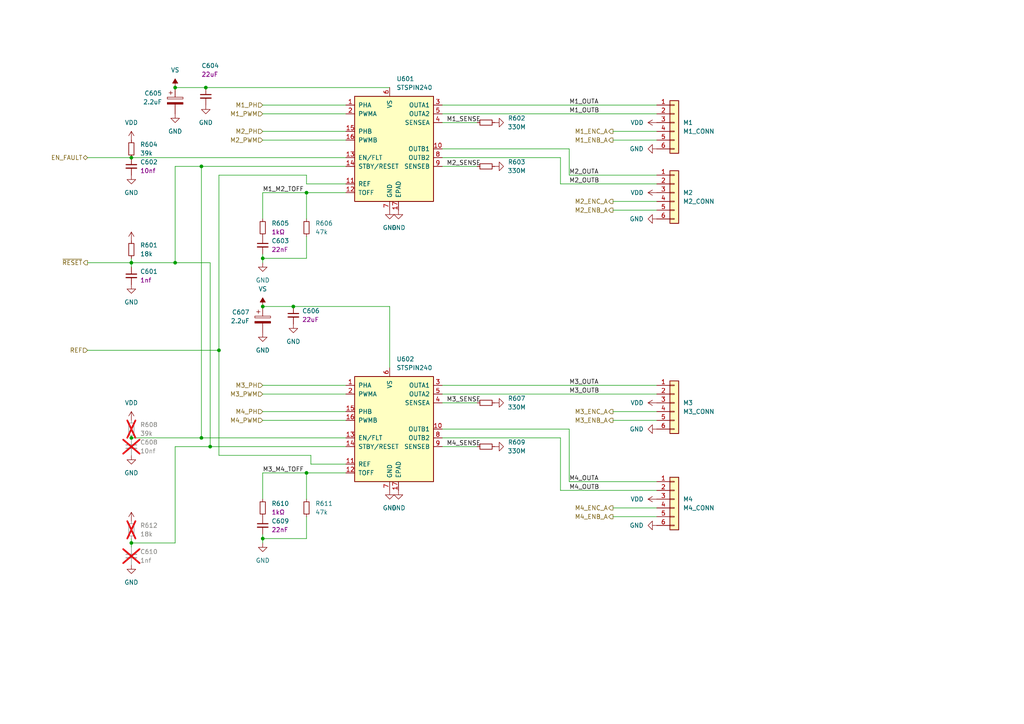
<source format=kicad_sch>
(kicad_sch (version 20230121) (generator eeschema)
  (paper "A4")
  (lib_symbols
    (symbol "Connector_Generic:Conn_01x06" (pin_names (offset 1.016) hide)
      (property "Reference" "J" (at 0 7.62 0))
      (property "Value" "Conn_01x06" (at 0 -10.16 0))
      (symbol "Conn_01x06_1_1"
        (rectangle (start -1.27 -7.493) (end 0 -7.747) (stroke (width 0.1524)))
        (rectangle (start -1.27 -4.953) (end 0 -5.207) (stroke (width 0.1524)))
        (rectangle (start -1.27 -2.413) (end 0 -2.667) (stroke (width 0.1524)))
        (rectangle (start -1.27 0.127) (end 0 -0.127) (stroke (width 0.1524)))
        (rectangle (start -1.27 2.667) (end 0 2.413) (stroke (width 0.1524)))
        (rectangle (start -1.27 5.207) (end 0 4.953) (stroke (width 0.1524)))
        (rectangle (start -1.27 6.35) (end 1.27 -8.89) (stroke (width 0.254)) (fill (type background)))
        (pin passive line (at -5.08 5.08 0) (length 3.81) (name "Pin_1") (number "1"))
        (pin passive line (at -5.08 2.54 0) (length 3.81) (name "Pin_2") (number "2"))
        (pin passive line (at -5.08 0 0) (length 3.81) (name "Pin_3") (number "3"))
        (pin passive line (at -5.08 -2.54 0) (length 3.81) (name "Pin_4") (number "4"))
        (pin passive line (at -5.08 -5.08 0) (length 3.81) (name "Pin_5") (number "5"))
        (pin passive line (at -5.08 -7.62 0) (length 3.81) (name "Pin_6") (number "6"))
      )
    )
    (symbol "Device:C_Polarized" (pin_numbers hide) (pin_names (offset 0.254))
      (property "Reference" "C" (at 0.635 2.54 0))
      (property "Value" "C_Polarized" (at 0.635 -2.54 0))
      (symbol "C_Polarized_0_1"
        (rectangle (start -2.286 0.508) (end 2.286 1.016))
        (polyline (pts (xy -1.778 2.286) (xy -0.762 2.286)))
        (polyline (pts (xy -1.27 2.794) (xy -1.27 1.778)))
        (rectangle (start 2.286 -0.508) (end -2.286 -1.016) (fill (type outline)))
      )
      (symbol "C_Polarized_1_1"
        (pin passive line (at 0 3.81 270) (length 2.794) (name "~") (number "1"))
        (pin passive line (at 0 -3.81 90) (length 2.794) (name "~") (number "2"))
      )
    )
    (symbol "Device:R_Small" (pin_numbers hide) (pin_names (offset 0.254) hide)
      (property "Reference" "R" (at 0.762 0.508 0))
      (property "Value" "R_Small" (at 0.762 -1.016 0))
      (symbol "R_Small_0_1"
        (rectangle (start -0.762 1.778) (end 0.762 -1.778) (stroke (width 0.2032)))
      )
      (symbol "R_Small_1_1"
        (pin passive line (at 0 2.54 270) (length 0.762) (name "~") (number "1"))
        (pin passive line (at 0 -2.54 90) (length 0.762) (name "~") (number "2"))
      )
    )
    (symbol "Driver_Motor:STSPIN240" (pin_names (offset 1.016))
      (property "Reference" "U" (at -10.16 16.51 0))
      (property "Value" "STSPIN240" (at 5.08 16.51 0))
      (symbol "STSPIN240_0_1"
        (rectangle (start -10.16 15.24) (end 12.7 -15.24) (stroke (width 0.254)) (fill (type background)))
      )
      (symbol "STSPIN240_1_1"
        (pin input line (at -12.7 12.7 0) (length 2.54) (name "PHA") (number "1"))
        (pin power_out line (at 15.24 0 180) (length 2.54) (name "OUTB1") (number "10"))
        (pin input line (at -12.7 -10.16 0) (length 2.54) (name "REF") (number "11"))
        (pin input line (at -12.7 -12.7 0) (length 2.54) (name "TOFF") (number "12"))
        (pin bidirectional line (at -12.7 -2.54 0) (length 2.54) (name "EN/FLT") (number "13"))
        (pin input line (at -12.7 -5.08 0) (length 2.54) (name "STBY/RESET") (number "14"))
        (pin input line (at -12.7 5.08 0) (length 2.54) (name "PHB") (number "15"))
        (pin input line (at -12.7 2.54 0) (length 2.54) (name "PWMB") (number "16"))
        (pin power_in line (at 2.54 -17.78 90) (length 2.54) (name "EPAD") (number "17"))
        (pin input line (at -12.7 10.16 0) (length 2.54) (name "PWMA") (number "2"))
        (pin power_out line (at 15.24 12.7 180) (length 2.54) (name "OUTA1") (number "3"))
        (pin power_out line (at 15.24 7.62 180) (length 2.54) (name "SENSEA") (number "4"))
        (pin power_out line (at 15.24 10.16 180) (length 2.54) (name "OUTA2") (number "5"))
        (pin power_in line (at 0 17.78 270) (length 2.54) (name "VS") (number "6"))
        (pin power_in line (at 0 -17.78 90) (length 2.54) (name "GND") (number "7"))
        (pin power_out line (at 15.24 -2.54 180) (length 2.54) (name "OUTB2") (number "8"))
        (pin power_out line (at 15.24 -5.08 180) (length 2.54) (name "SENSEB") (number "9"))
      )
    )
    (symbol "LCSC_Capacitor:C_0402_10n_C0G" (pin_numbers hide) (pin_names (offset 0.254) hide) (in_bom no)
      (property "Reference" "C" (at 0.254 1.778 0))
      (property "Capacitance" "10nf" (at 0 0 0))
      (symbol "C_0402_10n_C0G_0_1"
        (polyline (pts (xy -1.524 -0.508) (xy 1.524 -0.508)) (stroke (width 0.3302)))
        (polyline (pts (xy -1.524 0.508) (xy 1.524 0.508)) (stroke (width 0.3048)))
      )
      (symbol "C_0402_10n_C0G_1_1"
        (pin passive line (at 0 2.54 270) (length 2.032) (name "~") (number "1"))
        (pin passive line (at 0 -2.54 90) (length 2.032) (name "~") (number "2"))
      )
    )
    (symbol "LCSC_Capacitor:C_0402_1nf_X7R" (pin_numbers hide) (pin_names (offset 0.254) hide) (in_bom no)
      (property "Reference" "C" (at 0.254 1.778 0))
      (property "Capacitance" "1nf" (at 0 0 0))
      (symbol "C_0402_1nf_X7R_0_1"
        (polyline (pts (xy -1.524 -0.508) (xy 1.524 -0.508)) (stroke (width 0.3302)))
        (polyline (pts (xy -1.524 0.508) (xy 1.524 0.508)) (stroke (width 0.3048)))
      )
      (symbol "C_0402_1nf_X7R_1_1"
        (pin passive line (at 0 2.54 270) (length 2.032) (name "~") (number "1"))
        (pin passive line (at 0 -2.54 90) (length 2.032) (name "~") (number "2"))
      )
    )
    (symbol "LCSC_Capacitor:C_0402_DNP" (pin_numbers hide) (pin_names (offset 0.254) hide) (in_bom no)
      (property "Reference" "C" (at 0.254 1.778 0))
      (property "Capacitance" "DNP" (at 0 0 0))
      (symbol "C_0402_DNP_0_1"
        (polyline (pts (xy -1.524 -0.508) (xy 1.524 -0.508)) (stroke (width 0.3302)))
        (polyline (pts (xy -1.524 0.508) (xy 1.524 0.508)) (stroke (width 0.3048)))
      )
      (symbol "C_0402_DNP_1_1"
        (pin passive line (at 0 2.54 270) (length 2.032) (name "~") (number "1"))
        (pin passive line (at 0 -2.54 90) (length 2.032) (name "~") (number "2"))
      )
    )
    (symbol "LCSC_Capacitor:C_805_DNP" (pin_numbers hide) (pin_names (offset 0.254) hide) (in_bom no)
      (property "Reference" "C" (at 0.254 1.778 0))
      (property "Capacitance" "DNP" (at 0 0 0))
      (symbol "C_805_DNP_0_1"
        (polyline (pts (xy -1.524 -0.508) (xy 1.524 -0.508)) (stroke (width 0.3302)))
        (polyline (pts (xy -1.524 0.508) (xy 1.524 0.508)) (stroke (width 0.3048)))
      )
      (symbol "C_805_DNP_1_1"
        (pin passive line (at 0 2.54 270) (length 2.032) (name "~") (number "1"))
        (pin passive line (at 0 -2.54 90) (length 2.032) (name "~") (number "2"))
      )
    )
    (symbol "LCSC_Resistor:R_0402_1k" (pin_numbers hide) (pin_names (offset 0.254) hide) (in_bom no)
      (property "Reference" "R" (at 0.762 0.508 0))
      (property "Resistance" "1kΩ" (at 0 0 0))
      (symbol "R_0402_1k_0_1"
        (rectangle (start -0.762 1.778) (end 0.762 -1.778) (stroke (width 0.2032)))
      )
      (symbol "R_0402_1k_1_1"
        (pin passive line (at 0 2.54 270) (length 0.762) (name "~") (number "1"))
        (pin passive line (at 0 -2.54 90) (length 0.762) (name "~") (number "2"))
      )
    )
    (symbol "LCSC_Resistor:R_0402_DNP" (pin_numbers hide) (pin_names (offset 0.254) hide) (in_bom no)
      (property "Reference" "R" (at 0.762 0.508 0))
      (property "Value" "R_0402_DNP" (at 0.762 -1.016 0))
      (symbol "R_0402_DNP_0_1"
        (rectangle (start -0.762 1.778) (end 0.762 -1.778) (stroke (width 0.2032)))
      )
      (symbol "R_0402_DNP_1_1"
        (pin passive line (at 0 2.54 270) (length 0.762) (name "~") (number "1"))
        (pin passive line (at 0 -2.54 90) (length 0.762) (name "~") (number "2"))
      )
    )
    (symbol "power:GND" (power) (pin_names (offset 0))
      (property "Value" "GND" (at 0 -3.81 0))
      (symbol "GND_0_1"
        (polyline (pts (xy 0 0) (xy 0 -1.27) (xy 1.27 -1.27) (xy 0 -2.54) (xy -1.27 -1.27) (xy 0 -1.27)))
      )
      (symbol "GND_1_1"
        (pin power_in line (at 0 0 270) (length 0) hide (name "GND") (number "1"))
      )
    )
    (symbol "power:VDD" (power) (pin_names (offset 0))
      (property "Value" "VDD" (at 0 3.81 0))
      (symbol "VDD_0_1"
        (polyline (pts (xy -0.762 1.27) (xy 0 2.54)))
        (polyline (pts (xy 0 0) (xy 0 2.54)))
        (polyline (pts (xy 0 2.54) (xy 0.762 1.27)))
      )
      (symbol "VDD_1_1"
        (pin power_in line (at 0 0 90) (length 0) hide (name "VDD") (number "1"))
      )
    )
    (symbol "power:VS" (power) (pin_names (offset 0))
      (property "Value" "VS" (at 0 3.81 0))
      (symbol "VS_0_1"
        (polyline (pts (xy 0 0) (xy 0 2.54)))
        (polyline (pts (xy 0.762 1.27) (xy -0.762 1.27) (xy 0 2.54) (xy 0.762 1.27)) (fill (type outline)))
      )
      (symbol "VS_1_1"
        (pin power_in line (at 0 0 90) (length 0) hide (name "VS") (number "1"))
      )
    )
  )
  (junction (at 76.2 74.93))
  (junction (at 38.1 127))
  (junction (at 38.1 76.2))
  (junction (at 58.42 127))
  (junction (at 38.1 157.48))
  (junction (at 38.1 45.72))
  (junction (at 85.09 88.9))
  (junction (at 88.9 55.88))
  (junction (at 58.42 48.26))
  (junction (at 76.2 88.9))
  (junction (at 63.5 101.6))
  (junction (at 88.9 137.16))
  (junction (at 59.69 25.4))
  (junction (at 60.96 129.54))
  (junction (at 50.8 25.4))
  (junction (at 50.8 76.2))
  (junction (at 76.2 156.21))
  (wire (pts (xy 76.2 74.93) (xy 76.2 73.66)))
  (wire (pts (xy 63.5 101.6) (xy 63.5 132.08)))
  (wire (pts (xy 88.9 53.34) (xy 100.33 53.34)))
  (wire (pts (xy 162.56 142.24) (xy 190.5 142.24)))
  (wire (pts (xy 177.8 40.64) (xy 190.5 40.64)))
  (wire (pts (xy 76.2 121.92) (xy 100.33 121.92)))
  (wire (pts (xy 90.17 132.08) (xy 90.17 134.62)))
  (wire (pts (xy 76.2 144.78) (xy 76.2 137.16)))
  (wire (pts (xy 76.2 63.5) (xy 76.2 55.88)))
  (wire (pts (xy 128.27 111.76) (xy 190.5 111.76)))
  (wire (pts (xy 76.2 114.3) (xy 100.33 114.3)))
  (wire (pts (xy 177.8 119.38) (xy 190.5 119.38)))
  (wire (pts (xy 38.1 45.72) (xy 100.33 45.72)))
  (wire (pts (xy 76.2 111.76) (xy 100.33 111.76)))
  (wire (pts (xy 128.27 129.54) (xy 138.43 129.54)))
  (wire (pts (xy 162.56 45.72) (xy 162.56 53.34)))
  (wire (pts (xy 162.56 53.34) (xy 190.5 53.34)))
  (wire (pts (xy 177.8 121.92) (xy 190.5 121.92)))
  (wire (pts (xy 162.56 127) (xy 162.56 142.24)))
  (wire (pts (xy 88.9 74.93) (xy 88.9 68.58)))
  (wire (pts (xy 128.27 45.72) (xy 162.56 45.72)))
  (wire (pts (xy 76.2 40.64) (xy 100.33 40.64)))
  (wire (pts (xy 85.09 88.9) (xy 113.03 88.9)))
  (wire (pts (xy 88.9 50.8) (xy 88.9 53.34)))
  (wire (pts (xy 58.42 48.26) (xy 50.8 48.26)))
  (wire (pts (xy 76.2 55.88) (xy 88.9 55.88)))
  (wire (pts (xy 100.33 137.16) (xy 88.9 137.16)))
  (wire (pts (xy 128.27 48.26) (xy 138.43 48.26)))
  (wire (pts (xy 58.42 127) (xy 100.33 127)))
  (wire (pts (xy 128.27 33.02) (xy 190.5 33.02)))
  (wire (pts (xy 76.2 119.38) (xy 100.33 119.38)))
  (wire (pts (xy 177.8 58.42) (xy 190.5 58.42)))
  (wire (pts (xy 128.27 124.46) (xy 165.1 124.46)))
  (wire (pts (xy 60.96 129.54) (xy 50.8 129.54)))
  (wire (pts (xy 38.1 127) (xy 58.42 127)))
  (wire (pts (xy 76.2 74.93) (xy 88.9 74.93)))
  (wire (pts (xy 100.33 55.88) (xy 88.9 55.88)))
  (wire (pts (xy 76.2 157.48) (xy 76.2 156.21)))
  (wire (pts (xy 128.27 116.84) (xy 138.43 116.84)))
  (wire (pts (xy 25.4 101.6) (xy 63.5 101.6)))
  (wire (pts (xy 76.2 33.02) (xy 100.33 33.02)))
  (wire (pts (xy 76.2 38.1) (xy 100.33 38.1)))
  (wire (pts (xy 90.17 134.62) (xy 100.33 134.62)))
  (wire (pts (xy 165.1 124.46) (xy 165.1 139.7)))
  (wire (pts (xy 177.8 60.96) (xy 190.5 60.96)))
  (wire (pts (xy 50.8 76.2) (xy 38.1 76.2)))
  (wire (pts (xy 88.9 156.21) (xy 88.9 149.86)))
  (wire (pts (xy 165.1 139.7) (xy 190.5 139.7)))
  (wire (pts (xy 50.8 48.26) (xy 50.8 76.2)))
  (wire (pts (xy 63.5 50.8) (xy 88.9 50.8)))
  (wire (pts (xy 60.96 129.54) (xy 60.96 76.2)))
  (wire (pts (xy 165.1 43.18) (xy 165.1 50.8)))
  (wire (pts (xy 25.4 76.2) (xy 38.1 76.2)))
  (wire (pts (xy 128.27 127) (xy 162.56 127)))
  (wire (pts (xy 128.27 30.48) (xy 190.5 30.48)))
  (wire (pts (xy 59.69 25.4) (xy 113.03 25.4)))
  (wire (pts (xy 128.27 114.3) (xy 190.5 114.3)))
  (wire (pts (xy 50.8 129.54) (xy 50.8 157.48)))
  (wire (pts (xy 76.2 156.21) (xy 88.9 156.21)))
  (wire (pts (xy 50.8 157.48) (xy 38.1 157.48)))
  (wire (pts (xy 76.2 30.48) (xy 100.33 30.48)))
  (wire (pts (xy 60.96 76.2) (xy 50.8 76.2)))
  (wire (pts (xy 100.33 129.54) (xy 60.96 129.54)))
  (wire (pts (xy 88.9 137.16) (xy 88.9 144.78)))
  (wire (pts (xy 50.8 25.4) (xy 59.69 25.4)))
  (wire (pts (xy 128.27 35.56) (xy 138.43 35.56)))
  (wire (pts (xy 177.8 147.32) (xy 190.5 147.32)))
  (wire (pts (xy 38.1 157.48) (xy 38.1 156.21)))
  (wire (pts (xy 88.9 55.88) (xy 88.9 63.5)))
  (wire (pts (xy 177.8 38.1) (xy 190.5 38.1)))
  (wire (pts (xy 76.2 76.2) (xy 76.2 74.93)))
  (wire (pts (xy 38.1 76.2) (xy 38.1 77.47)))
  (wire (pts (xy 76.2 156.21) (xy 76.2 154.94)))
  (wire (pts (xy 63.5 132.08) (xy 90.17 132.08)))
  (wire (pts (xy 38.1 157.48) (xy 38.1 158.75)))
  (wire (pts (xy 76.2 88.9) (xy 85.09 88.9)))
  (wire (pts (xy 165.1 50.8) (xy 190.5 50.8)))
  (wire (pts (xy 100.33 48.26) (xy 58.42 48.26)))
  (wire (pts (xy 38.1 76.2) (xy 38.1 74.93)))
  (wire (pts (xy 76.2 137.16) (xy 88.9 137.16)))
  (wire (pts (xy 58.42 48.26) (xy 58.42 127)))
  (wire (pts (xy 128.27 43.18) (xy 165.1 43.18)))
  (wire (pts (xy 25.4 45.72) (xy 38.1 45.72)))
  (wire (pts (xy 113.03 88.9) (xy 113.03 106.68)))
  (wire (pts (xy 177.8 149.86) (xy 190.5 149.86)))
  (wire (pts (xy 63.5 50.8) (xy 63.5 101.6)))
  (label "M1_OUTA" (at 165.1 30.48 0) (property "Netclass" "Analog" (effects hide)))
  (label "M1_M2_TOFF" (at 76.2 55.88 0))
  (label "M4_OUTA" (at 165.1 139.7 0) (property "Netclass" "Analog" (effects hide)))
  (label "M2_SENSE" (at 129.54 48.26 0) (property "Netclass" "Analog" (effects hide)))
  (label "M3_OUTB" (at 165.1 114.3 0) (property "Netclass" "Analog" (effects hide)))
  (label "M3_M4_TOFF" (at 76.2 137.16 0) (property "Netclass" "PWM" (effects hide)))
  (label "M4_SENSE" (at 129.54 129.54 0) (property "Netclass" "Analog" (effects hide)))
  (label "M3_OUTA" (at 165.1 111.76 0) (property "Netclass" "Analog" (effects hide)))
  (label "M3_SENSE" (at 129.54 116.84 0) (property "Netclass" "Analog" (effects hide)))
  (label "M2_OUTA" (at 165.1 50.8 0) (property "Netclass" "Analog" (effects hide)))
  (label "M1_SENSE" (at 129.54 35.56 0) (property "Netclass" "Analog" (effects hide)))
  (label "M4_OUTB" (at 165.1 142.24 0) (property "Netclass" "Analog" (effects hide)))
  (label "M1_OUTB" (at 165.1 33.02 0) (property "Netclass" "Analog" (effects hide)))
  (label "M2_OUTB" (at 165.1 53.34 0) (property "Netclass" "Analog" (effects hide)))
  (hierarchical_label "M2_PH" (shape input) (at 76.2 38.1 180) (property "Netclass" "GPIO" (effects hide)))
  (hierarchical_label "M3_ENC_A" (shape output) (at 177.8 119.38 180) (property "Netclass" "GPIO" (effects hide)))
  (hierarchical_label "M4_ENC_A" (shape output) (at 177.8 147.32 180) (property "Netclass" "GPIO" (effects hide)))
  (hierarchical_label "M3_PWM" (shape input) (at 76.2 114.3 180) (property "Netclass" "PWM" (effects hide)))
  (hierarchical_label "M4_PWM" (shape input) (at 76.2 121.92 180) (property "Netclass" "PWM" (effects hide)))
  (hierarchical_label "M1_PH" (shape input) (at 76.2 30.48 180) (property "Netclass" "GPIO" (effects hide)))
  (hierarchical_label "EN_FAULT" (shape bidirectional) (at 25.4 45.72 180))
  (hierarchical_label "M3_ENB_A" (shape output) (at 177.8 121.92 180) (property "Netclass" "GPIO" (effects hide)))
  (hierarchical_label "M2_ENC_A" (shape output) (at 177.8 58.42 180) (property "Netclass" "GPIO" (effects hide)))
  (hierarchical_label "M2_PWM" (shape input) (at 76.2 40.64 180) (property "Netclass" "PWM" (effects hide)))
  (hierarchical_label "M3_PH" (shape input) (at 76.2 111.76 180) (property "Netclass" "GPIO" (effects hide)))
  (hierarchical_label "M4_PH" (shape input) (at 76.2 119.38 180) (property "Netclass" "GPIO" (effects hide)))
  (hierarchical_label "M2_ENB_A" (shape output) (at 177.8 60.96 180) (property "Netclass" "GPIO" (effects hide)))
  (hierarchical_label "M1_PWM" (shape input) (at 76.2 33.02 180) (property "Netclass" "PWM" (effects hide)))
  (hierarchical_label "M1_ENB_A" (shape output) (at 177.8 40.64 180) (property "Netclass" "GPIO" (effects hide)))
  (hierarchical_label "REF" (shape input) (at 25.4 101.6 180) (property "Netclass" "PWM" (effects hide)))
  (hierarchical_label "~{RESET}" (shape output) (at 25.4 76.2 180))
  (hierarchical_label "M4_ENB_A" (shape output) (at 177.8 149.86 180) (property "Netclass" "GPIO" (effects hide)))
  (hierarchical_label "M1_ENC_A" (shape output) (at 177.8 38.1 180) (property "Netclass" "GPIO" (effects hide)))
  (symbol (lib_id "power:GND") (at 38.1 132.08 0) (unit 1)
    (property "Reference" "#PWR0619" (effects hide))
    (property "Value" "GND" (at 38.1 137.16 0))
  )
  (symbol (lib_id "power:GND") (at 59.69 30.48 0) (unit 1)
    (property "Reference" "#PWR0610" (effects hide))
    (property "Value" "GND" (at 59.69 35.56 0))
  )
  (symbol (lib_id "power:GND") (at 50.8 33.02 0) (unit 1)
    (property "Reference" "#PWR0601" (effects hide))
    (property "Value" "GND" (at 50.8 38.1 0))
  )
  (symbol (lib_id "power:VDD") (at 38.1 151.13 0) (unit 1)
    (property "Reference" "#PWR0622" (effects hide))
    (property "Value" "VDD" (effects hide))
  )
  (symbol (lib_id "LCSC_Resistor:R_0402_DNP") (at 88.9 66.04 0) (unit 1) (in_bom no)
    (property "Reference" "R606" (at 91.44 64.77 0) (effects (justify left)))
    (property "Value" "47k" (at 91.44 67.31 0) (effects (justify left)))
    (property "Footprint" "Resistor_SMD:R_0402_1005Metric" (effects hide))
  )
  (symbol (lib_id "power:GND") (at 143.51 35.56 90) (unit 1)
    (property "Reference" "#PWR0603" (effects hide))
    (property "Value" "GND" (effects hide))
  )
  (symbol (lib_id "LCSC_Capacitor:C_805_DNP") (at 85.09 91.44 0) (unit 1) (in_bom no)
    (property "Reference" "C606" (at 87.63 90.1763 0) (effects (justify left)))
    (property "Value" "C_805_DNP" (effects hide))
    (property "Footprint" "Capacitor_SMD:C_0805_2012Metric" (effects hide))
    (property "Capacitance" "22uF" (at 87.63 92.7163 0) (effects (justify left)))
  )
  (symbol (lib_id "power:GND") (at 76.2 157.48 0) (unit 1)
    (property "Reference" "#PWR0623" (effects hide))
    (property "Value" "GND" (at 76.2 162.56 0))
  )
  (symbol (lib_id "power:GND") (at 190.5 152.4 270) (unit 1)
    (property "Reference" "#PWR0632" (effects hide))
    (property "Value" "GND" (at 186.69 152.4 90) (effects (justify right)))
  )
  (symbol (lib_id "Device:R_Small") (at 140.97 129.54 90) (unit 1)
    (property "Reference" "R609" (at 149.86 128.27 90))
    (property "Value" "330M" (at 149.86 130.81 90))
    (property "Footprint" "Resistor_SMD:R_0805_2012Metric" (effects hide))
  )
  (symbol (lib_id "power:GND") (at 38.1 163.83 0) (unit 1)
    (property "Reference" "#PWR0624" (effects hide))
    (property "Value" "GND" (at 38.1 168.91 0))
  )
  (symbol (lib_id "power:VDD") (at 190.5 55.88 90) (unit 1)
    (property "Reference" "#PWR0627" (effects hide))
    (property "Value" "VDD" (at 186.69 55.88 90) (effects (justify left)))
  )
  (symbol (lib_id "power:VDD") (at 38.1 40.64 0) (unit 1)
    (property "Reference" "#PWR0611" (effects hide))
    (property "Value" "VDD" (at 38.1 35.56 0))
  )
  (symbol (lib_id "Device:C_Polarized") (at 50.8 29.21 0) (unit 1)
    (property "Reference" "C605" (at 46.99 27.051 0) (effects (justify right)))
    (property "Value" "2.2uF" (at 46.99 29.591 0) (effects (justify right)))
    (property "Footprint" "Capacitor_SMD:CP_Elec_5x3" (effects hide))
  )
  (symbol (lib_id "power:GND") (at 85.09 93.98 0) (unit 1)
    (property "Reference" "#PWR0614" (effects hide))
    (property "Value" "GND" (at 85.09 99.06 0))
  )
  (symbol (lib_id "power:GND") (at 113.03 142.24 0) (unit 1)
    (property "Reference" "#PWR0620" (effects hide))
    (property "Value" "GND" (at 113.03 147.32 0))
  )
  (symbol (lib_id "power:GND") (at 113.03 60.96 0) (unit 1)
    (property "Reference" "#PWR0605" (effects hide))
    (property "Value" "GND" (at 113.03 66.04 0))
  )
  (symbol (lib_id "power:VDD") (at 190.5 144.78 90) (unit 1)
    (property "Reference" "#PWR0631" (effects hide))
    (property "Value" "VDD" (at 186.69 144.78 90) (effects (justify left)))
  )
  (symbol (lib_id "LCSC_Resistor:R_0402_DNP") (at 38.1 124.46 0) (unit 1) (in_bom no) (dnp yes)
    (property "Reference" "R608" (at 40.64 123.19 0) (effects (justify left)))
    (property "Value" "39k" (at 40.64 125.73 0) (effects (justify left)))
    (property "Footprint" "Resistor_SMD:R_0402_1005Metric" (effects hide))
  )
  (symbol (lib_id "Device:R_Small") (at 140.97 116.84 90) (unit 1)
    (property "Reference" "R607" (at 149.86 115.57 90))
    (property "Value" "330M" (at 149.86 118.11 90))
    (property "Footprint" "Resistor_SMD:R_0805_2012Metric" (effects hide))
  )
  (symbol (lib_id "LCSC_Capacitor:C_805_DNP") (at 59.69 27.94 0) (unit 1) (in_bom no)
    (property "Reference" "C604" (at 58.42 19.05 0) (effects (justify left)))
    (property "Value" "C_805_DNP" (effects hide))
    (property "Footprint" "Capacitor_SMD:C_0805_2012Metric" (effects hide))
    (property "Capacitance" "22uF" (at 58.42 21.59 0) (effects (justify left)))
  )
  (symbol (lib_id "power:GND") (at 143.51 116.84 90) (unit 1)
    (property "Reference" "#PWR0616" (effects hide))
    (property "Value" "GND" (effects hide))
  )
  (symbol (lib_id "Driver_Motor:STSPIN240") (at 113.03 43.18 0) (unit 1)
    (property "Reference" "U601" (at 114.9859 22.86 0) (effects (justify left)))
    (property "Value" "STSPIN240" (at 114.9859 25.4 0) (effects (justify left)))
    (property "Footprint" "Package_DFN_QFN:VQFN-16-1EP_3x3mm_P0.5mm_EP1.8x1.8mm" (effects hide))
    (property "Datasheet" "www.st.com/resource/en/datasheet/stspin240.pdf" (effects hide))
    (property "LCSC" "C962258" (effects hide))
  )
  (symbol (lib_id "LCSC_Capacitor:C_0402_1nf_X7R") (at 38.1 80.01 0) (unit 1) (in_bom no)
    (property "Reference" "C601" (at 40.64 78.7463 0) (effects (justify left)))
    (property "Value" "C_0402_1nf_X7R" (effects hide))
    (property "Footprint" "Capacitor_SMD:C_0402_1005Metric" (effects hide))
    (property "Datasheet" "https://datasheet.lcsc.com/lcsc/1811081510_Murata-Electronics-GCM155R72A102KA37D_C126538.pdf" (effects hide))
    (property "MPN" "GCM155R72A102KA37D" (effects hide))
    (property "LCSC" "C126538" (effects hide))
    (property "Capacitance" "1nf" (at 40.64 81.2863 0) (effects (justify left)))
    (property "Voltage" "100V" (effects hide))
    (property "Temperature" "X7R" (effects hide))
  )
  (symbol (lib_id "Device:R_Small") (at 140.97 35.56 90) (unit 1)
    (property "Reference" "R602" (at 149.86 34.29 90))
    (property "Value" "330M" (at 149.86 36.83 90))
    (property "Footprint" "Resistor_SMD:R_0805_2012Metric" (effects hide))
  )
  (symbol (lib_id "Connector_Generic:Conn_01x06") (at 195.58 35.56 0) (unit 1)
    (property "Reference" "M1" (at 198.12 35.56 0) (effects (justify left)))
    (property "Value" "M1_CONN" (at 198.12 38.1 0) (effects (justify left)))
    (property "Footprint" "Connector_PinHeader_2.54mm:PinHeader_1x06_P2.54mm_Vertical" (effects hide))
    (instances (project "150g-battlebot-pcb" (path "" (reference "M1") (unit 1)) (path "" (reference "M201") (unit 1))))
  )
  (symbol (lib_id "power:GND") (at 190.5 43.18 270) (unit 1)
    (property "Reference" "#PWR0626" (effects hide))
    (property "Value" "GND" (at 186.69 43.18 90) (effects (justify right)))
  )
  (symbol (lib_id "power:GND") (at 190.5 63.5 270) (unit 1)
    (property "Reference" "#PWR0628" (effects hide))
    (property "Value" "GND" (at 186.69 63.5 90) (effects (justify right)))
  )
  (symbol (lib_id "LCSC_Capacitor:C_0402_DNP") (at 76.2 71.12 0) (unit 1) (in_bom no)
    (property "Reference" "C603" (at 78.74 69.8563 0) (effects (justify left)))
    (property "Value" "C_0402_DNP" (effects hide))
    (property "Footprint" "Capacitor_SMD:C_0402_1005Metric" (effects hide))
    (property "Capacitance" "22nF" (at 78.74 72.3963 0) (effects (justify left)))
  )
  (symbol (lib_id "power:GND") (at 38.1 82.55 0) (unit 1)
    (property "Reference" "#PWR0607" (effects hide))
    (property "Value" "GND" (at 38.1 87.63 0))
  )
  (symbol (lib_id "Device:C_Polarized") (at 76.2 92.71 0) (unit 1)
    (property "Reference" "C607" (at 72.39 90.551 0) (effects (justify right)))
    (property "Value" "2.2uF" (at 72.39 93.091 0) (effects (justify right)))
    (property "Footprint" "Capacitor_SMD:CP_Elec_5x3" (effects hide))
  )
  (symbol (lib_id "power:VDD") (at 38.1 121.92 0) (unit 1)
    (property "Reference" "#PWR0617" (effects hide))
    (property "Value" "VDD" (at 38.1 116.84 0))
  )
  (symbol (lib_id "power:GND") (at 115.57 60.96 0) (unit 1)
    (property "Reference" "#PWR0606" (effects hide))
    (property "Value" "GND" (at 115.57 66.04 0))
  )
  (symbol (lib_id "power:GND") (at 190.5 124.46 270) (unit 1)
    (property "Reference" "#PWR0630" (effects hide))
    (property "Value" "GND" (at 186.69 124.46 90) (effects (justify right)))
  )
  (symbol (lib_id "power:GND") (at 143.51 129.54 90) (unit 1)
    (property "Reference" "#PWR0618" (effects hide))
    (property "Value" "GND" (effects hide))
  )
  (symbol (lib_id "LCSC_Capacitor:C_0402_10n_C0G") (at 38.1 48.26 0) (unit 1) (in_bom no)
    (property "Reference" "C602" (at 40.64 46.9963 0) (effects (justify left)))
    (property "Value" "C_0402_10n_C0G" (effects hide))
    (property "Footprint" "Capacitor_SMD:C_0402_1005Metric" (effects hide))
    (property "Datasheet" "https://datasheet.lcsc.com/lcsc/2107290630_Murata-Electronics-GRM1555CYA103JE01D_C1518210.pdf" (effects hide))
    (property "Capacitance" "10nf" (at 40.64 49.5363 0) (effects (justify left)))
    (property "LCSC" "C1518210" (effects hide))
    (property "MPN" "GRM1555CYA103JE01D" (effects hide))
    (property "Voltage" "35V" (effects hide))
    (property "Tolerance" "±5%" (effects hide))
    (property "Temperature" "C0G" (effects hide))
  )
  (symbol (lib_id "power:VDD") (at 38.1 69.85 0) (unit 1)
    (property "Reference" "#PWR0602" (effects hide))
    (property "Value" "VDD" (effects hide))
  )
  (symbol (lib_id "Device:R_Small") (at 140.97 48.26 90) (unit 1)
    (property "Reference" "R603" (at 149.86 46.99 90))
    (property "Value" "330M" (at 149.86 49.53 90))
    (property "Footprint" "Resistor_SMD:R_0805_2012Metric" (effects hide))
  )
  (symbol (lib_id "power:GND") (at 38.1 50.8 0) (unit 1)
    (property "Reference" "#PWR0612" (effects hide))
    (property "Value" "GND" (at 38.1 55.88 0))
  )
  (symbol (lib_id "power:VDD") (at 190.5 35.56 90) (unit 1)
    (property "Reference" "#PWR0625" (effects hide))
    (property "Value" "VDD" (at 186.69 35.56 90) (effects (justify left)))
  )
  (symbol (lib_id "power:GND") (at 76.2 76.2 0) (unit 1)
    (property "Reference" "#PWR0608" (effects hide))
    (property "Value" "GND" (at 76.2 81.28 0))
  )
  (symbol (lib_id "LCSC_Resistor:R_0402_DNP") (at 38.1 153.67 0) (unit 1) (in_bom no) (dnp yes)
    (property "Reference" "R612" (at 40.64 152.4 0) (effects (justify left)))
    (property "Value" "18k" (at 40.64 154.94 0) (effects (justify left)))
    (property "Footprint" "Resistor_SMD:R_0402_1005Metric" (effects hide))
  )
  (symbol (lib_id "power:VS") (at 50.8 25.4 0) (unit 1)
    (property "Reference" "#PWR0405" (effects hide))
    (property "Value" "VS" (at 50.8 20.32 0))
    (instances (project "150g-battlebot-pcb" (path "" (reference "#PWR0405") (unit 1)) (path "" (reference "#PWR0310") (unit 1)) (path "" (reference "#PWR0609") (unit 1))))
  )
  (symbol (lib_id "LCSC_Capacitor:C_0402_10n_C0G") (at 38.1 129.54 0) (unit 1) (in_bom no) (dnp yes)
    (property "Reference" "C608" (at 40.64 128.2763 0) (effects (justify left)))
    (property "Value" "C_0402_10n_C0G" (effects hide))
    (property "Footprint" "Capacitor_SMD:C_0402_1005Metric" (effects hide))
    (property "Datasheet" "https://datasheet.lcsc.com/lcsc/2107290630_Murata-Electronics-GRM1555CYA103JE01D_C1518210.pdf" (effects hide))
    (property "Capacitance" "10nf" (at 40.64 130.8163 0) (effects (justify left)))
    (property "LCSC" "C1518210" (effects hide))
    (property "MPN" "GRM1555CYA103JE01D" (effects hide))
    (property "Voltage" "35V" (effects hide))
    (property "Tolerance" "±5%" (effects hide))
    (property "Temperature" "C0G" (effects hide))
  )
  (symbol (lib_id "LCSC_Resistor:R_0402_1k") (at 76.2 147.32 0) (unit 1) (in_bom no)
    (property "Reference" "R610" (at 78.74 146.05 0) (effects (justify left)))
    (property "Value" "R_0402_1k" (effects hide))
    (property "Footprint" "Resistor_SMD:R_0402_1005Metric" (effects hide))
    (property "Datasheet" "https://datasheet.lcsc.com/lcsc/2004211032_Resistor-Today-PTFR0402B1K00P9_C478866.pdf" (effects hide))
    (property "MPN" "PTFR0402B1K00P9" (effects hide))
    (property "LCSC" "C478866" (effects hide))
    (property "Resistance" "1kΩ" (at 78.74 148.59 0) (effects (justify left)))
  )
  (symbol (lib_id "power:VDD") (at 190.5 116.84 90) (unit 1)
    (property "Reference" "#PWR0629" (effects hide))
    (property "Value" "VDD" (at 186.69 116.84 90) (effects (justify left)))
  )
  (symbol (lib_id "LCSC_Resistor:R_0402_DNP") (at 88.9 147.32 0) (unit 1) (in_bom no)
    (property "Reference" "R611" (at 91.44 146.05 0) (effects (justify left)))
    (property "Value" "47k" (at 91.44 148.59 0) (effects (justify left)))
    (property "Footprint" "Resistor_SMD:R_0402_1005Metric" (effects hide))
  )
  (symbol (lib_id "power:GND") (at 76.2 96.52 0) (unit 1)
    (property "Reference" "#PWR0615" (effects hide))
    (property "Value" "GND" (at 76.2 101.6 0))
  )
  (symbol (lib_id "Connector_Generic:Conn_01x06") (at 195.58 144.78 0) (unit 1)
    (property "Reference" "M4" (at 198.12 144.78 0) (effects (justify left)))
    (property "Value" "M4_CONN" (at 198.12 147.32 0) (effects (justify left)))
    (property "Footprint" "Connector_PinHeader_2.54mm:PinHeader_1x06_P2.54mm_Vertical" (effects hide))
    (instances (project "150g-battlebot-pcb" (path "" (reference "M4") (unit 1)) (path "" (reference "M204") (unit 1))))
  )
  (symbol (lib_id "LCSC_Capacitor:C_0402_1nf_X7R") (at 38.1 161.29 0) (unit 1) (in_bom no) (dnp yes)
    (property "Reference" "C610" (at 40.64 160.0263 0) (effects (justify left)))
    (property "Value" "C_0402_1nf_X7R" (effects hide))
    (property "Footprint" "Capacitor_SMD:C_0402_1005Metric" (effects hide))
    (property "Datasheet" "https://datasheet.lcsc.com/lcsc/1811081510_Murata-Electronics-GCM155R72A102KA37D_C126538.pdf" (effects hide))
    (property "MPN" "GCM155R72A102KA37D" (effects hide))
    (property "LCSC" "C126538" (effects hide))
    (property "Capacitance" "1nf" (at 40.64 162.5663 0) (effects (justify left)))
    (property "Voltage" "100V" (effects hide))
    (property "Temperature" "X7R" (effects hide))
  )
  (symbol (lib_id "power:GND") (at 115.57 142.24 0) (unit 1)
    (property "Reference" "#PWR0621" (effects hide))
    (property "Value" "GND" (at 115.57 147.32 0))
  )
  (symbol (lib_id "power:VS") (at 76.2 88.9 0) (unit 1)
    (property "Reference" "#PWR0405" (effects hide))
    (property "Value" "VS" (at 76.2 83.82 0))
    (instances (project "150g-battlebot-pcb" (path "" (reference "#PWR0405") (unit 1)) (path "" (reference "#PWR0310") (unit 1)) (path "" (reference "#PWR0613") (unit 1))))
  )
  (symbol (lib_id "Connector_Generic:Conn_01x06") (at 195.58 55.88 0) (unit 1)
    (property "Reference" "M2" (at 198.12 55.88 0) (effects (justify left)))
    (property "Value" "M2_CONN" (at 198.12 58.42 0) (effects (justify left)))
    (property "Footprint" "Connector_PinHeader_2.54mm:PinHeader_1x06_P2.54mm_Vertical" (effects hide))
    (instances (project "150g-battlebot-pcb" (path "" (reference "M2") (unit 1)) (path "" (reference "M202") (unit 1))))
  )
  (symbol (lib_id "power:GND") (at 143.51 48.26 90) (unit 1)
    (property "Reference" "#PWR0604" (effects hide))
    (property "Value" "GND" (effects hide))
  )
  (symbol (lib_id "Connector_Generic:Conn_01x06") (at 195.58 116.84 0) (unit 1)
    (property "Reference" "M3" (at 198.12 116.84 0) (effects (justify left)))
    (property "Value" "M3_CONN" (at 198.12 119.38 0) (effects (justify left)))
    (property "Footprint" "Connector_PinHeader_2.54mm:PinHeader_1x06_P2.54mm_Vertical" (effects hide))
    (instances (project "150g-battlebot-pcb" (path "" (reference "M3") (unit 1)) (path "" (reference "M203") (unit 1))))
  )
  (symbol (lib_id "LCSC_Resistor:R_0402_1k") (at 76.2 66.04 0) (unit 1) (in_bom no)
    (property "Reference" "R605" (at 78.74 64.77 0) (effects (justify left)))
    (property "Value" "R_0402_1k" (effects hide))
    (property "Footprint" "Resistor_SMD:R_0402_1005Metric" (effects hide))
    (property "Datasheet" "https://datasheet.lcsc.com/lcsc/2004211032_Resistor-Today-PTFR0402B1K00P9_C478866.pdf" (effects hide))
    (property "MPN" "PTFR0402B1K00P9" (effects hide))
    (property "LCSC" "C478866" (effects hide))
    (property "Resistance" "1kΩ" (at 78.74 67.31 0) (effects (justify left)))
  )
  (symbol (lib_id "LCSC_Resistor:R_0402_DNP") (at 38.1 43.18 0) (unit 1) (in_bom no)
    (property "Reference" "R604" (at 40.64 41.91 0) (effects (justify left)))
    (property "Value" "39k" (at 40.64 44.45 0) (effects (justify left)))
    (property "Footprint" "Resistor_SMD:R_0402_1005Metric" (effects hide))
  )
  (symbol (lib_id "Driver_Motor:STSPIN240") (at 113.03 124.46 0) (unit 1)
    (property "Reference" "U602" (at 114.9859 104.14 0) (effects (justify left)))
    (property "Value" "STSPIN240" (at 114.9859 106.68 0) (effects (justify left)))
    (property "Footprint" "Package_DFN_QFN:VQFN-16-1EP_3x3mm_P0.5mm_EP1.8x1.8mm" (effects hide))
    (property "Datasheet" "www.st.com/resource/en/datasheet/stspin240.pdf" (effects hide))
    (property "LCSC" "C962258" (effects hide))
  )
  (symbol (lib_id "LCSC_Capacitor:C_0402_DNP") (at 76.2 152.4 0) (unit 1) (in_bom no)
    (property "Reference" "C609" (at 78.74 151.1363 0) (effects (justify left)))
    (property "Value" "C_0402_DNP" (effects hide))
    (property "Footprint" "Capacitor_SMD:C_0402_1005Metric" (effects hide))
    (property "Capacitance" "22nF" (at 78.74 153.6763 0) (effects (justify left)))
  )
  (symbol (lib_id "LCSC_Resistor:R_0402_DNP") (at 38.1 72.39 0) (unit 1) (in_bom no)
    (property "Reference" "R601" (at 40.64 71.12 0) (effects (justify left)))
    (property "Value" "18k" (at 40.64 73.66 0) (effects (justify left)))
    (property "Footprint" "Resistor_SMD:R_0402_1005Metric" (effects hide))
  )
)
</source>
